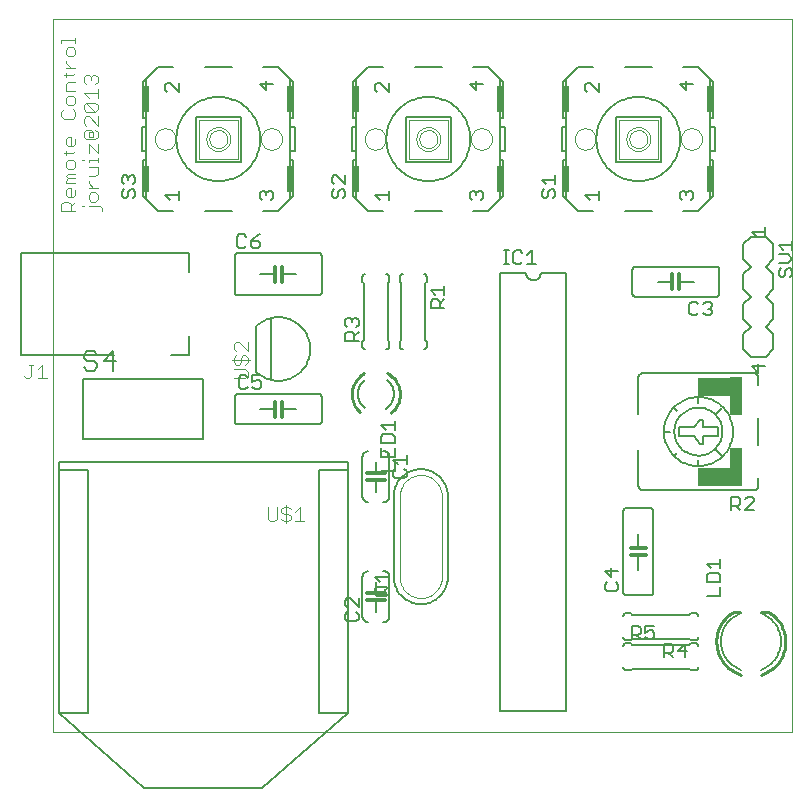
<source format=gto>
G75*
%MOIN*%
%OFA0B0*%
%FSLAX24Y24*%
%IPPOS*%
%LPD*%
%AMOC8*
5,1,8,0,0,1.08239X$1,22.5*
%
%ADD10C,0.0000*%
%ADD11C,0.0040*%
%ADD12C,0.0060*%
%ADD13C,0.0050*%
%ADD14C,0.0020*%
%ADD15C,0.0120*%
%ADD16R,0.0200X0.0850*%
%ADD17R,0.0400X0.1250*%
%ADD18R,0.1050X0.0600*%
%ADD19C,0.0100*%
%ADD20C,0.0080*%
D10*
X001300Y002006D02*
X001300Y025752D01*
X025920Y025752D01*
X025920Y002006D01*
X001300Y002006D01*
X004675Y021756D02*
X004677Y021793D01*
X004683Y021830D01*
X004692Y021866D01*
X004706Y021900D01*
X004723Y021933D01*
X004743Y021965D01*
X004766Y021994D01*
X004792Y022020D01*
X004821Y022043D01*
X004852Y022063D01*
X004886Y022080D01*
X004920Y022094D01*
X004956Y022103D01*
X004993Y022109D01*
X005030Y022111D01*
X005067Y022109D01*
X005104Y022103D01*
X005140Y022094D01*
X005174Y022080D01*
X005207Y022063D01*
X005239Y022043D01*
X005268Y022020D01*
X005294Y021994D01*
X005317Y021965D01*
X005337Y021934D01*
X005354Y021900D01*
X005368Y021866D01*
X005377Y021830D01*
X005383Y021793D01*
X005385Y021756D01*
X005383Y021719D01*
X005377Y021682D01*
X005368Y021646D01*
X005354Y021612D01*
X005337Y021579D01*
X005317Y021547D01*
X005294Y021518D01*
X005268Y021492D01*
X005239Y021469D01*
X005208Y021449D01*
X005174Y021432D01*
X005140Y021418D01*
X005104Y021409D01*
X005067Y021403D01*
X005030Y021401D01*
X004993Y021403D01*
X004956Y021409D01*
X004920Y021418D01*
X004886Y021432D01*
X004853Y021449D01*
X004821Y021469D01*
X004792Y021492D01*
X004766Y021518D01*
X004743Y021547D01*
X004723Y021578D01*
X004706Y021612D01*
X004692Y021646D01*
X004683Y021682D01*
X004677Y021719D01*
X004675Y021756D01*
X008215Y021756D02*
X008217Y021793D01*
X008223Y021830D01*
X008232Y021866D01*
X008246Y021900D01*
X008263Y021933D01*
X008283Y021965D01*
X008306Y021994D01*
X008332Y022020D01*
X008361Y022043D01*
X008392Y022063D01*
X008426Y022080D01*
X008460Y022094D01*
X008496Y022103D01*
X008533Y022109D01*
X008570Y022111D01*
X008607Y022109D01*
X008644Y022103D01*
X008680Y022094D01*
X008714Y022080D01*
X008747Y022063D01*
X008779Y022043D01*
X008808Y022020D01*
X008834Y021994D01*
X008857Y021965D01*
X008877Y021934D01*
X008894Y021900D01*
X008908Y021866D01*
X008917Y021830D01*
X008923Y021793D01*
X008925Y021756D01*
X008923Y021719D01*
X008917Y021682D01*
X008908Y021646D01*
X008894Y021612D01*
X008877Y021579D01*
X008857Y021547D01*
X008834Y021518D01*
X008808Y021492D01*
X008779Y021469D01*
X008748Y021449D01*
X008714Y021432D01*
X008680Y021418D01*
X008644Y021409D01*
X008607Y021403D01*
X008570Y021401D01*
X008533Y021403D01*
X008496Y021409D01*
X008460Y021418D01*
X008426Y021432D01*
X008393Y021449D01*
X008361Y021469D01*
X008332Y021492D01*
X008306Y021518D01*
X008283Y021547D01*
X008263Y021578D01*
X008246Y021612D01*
X008232Y021646D01*
X008223Y021682D01*
X008217Y021719D01*
X008215Y021756D01*
X011675Y021756D02*
X011677Y021793D01*
X011683Y021830D01*
X011692Y021866D01*
X011706Y021900D01*
X011723Y021933D01*
X011743Y021965D01*
X011766Y021994D01*
X011792Y022020D01*
X011821Y022043D01*
X011852Y022063D01*
X011886Y022080D01*
X011920Y022094D01*
X011956Y022103D01*
X011993Y022109D01*
X012030Y022111D01*
X012067Y022109D01*
X012104Y022103D01*
X012140Y022094D01*
X012174Y022080D01*
X012207Y022063D01*
X012239Y022043D01*
X012268Y022020D01*
X012294Y021994D01*
X012317Y021965D01*
X012337Y021934D01*
X012354Y021900D01*
X012368Y021866D01*
X012377Y021830D01*
X012383Y021793D01*
X012385Y021756D01*
X012383Y021719D01*
X012377Y021682D01*
X012368Y021646D01*
X012354Y021612D01*
X012337Y021579D01*
X012317Y021547D01*
X012294Y021518D01*
X012268Y021492D01*
X012239Y021469D01*
X012208Y021449D01*
X012174Y021432D01*
X012140Y021418D01*
X012104Y021409D01*
X012067Y021403D01*
X012030Y021401D01*
X011993Y021403D01*
X011956Y021409D01*
X011920Y021418D01*
X011886Y021432D01*
X011853Y021449D01*
X011821Y021469D01*
X011792Y021492D01*
X011766Y021518D01*
X011743Y021547D01*
X011723Y021578D01*
X011706Y021612D01*
X011692Y021646D01*
X011683Y021682D01*
X011677Y021719D01*
X011675Y021756D01*
X015215Y021756D02*
X015217Y021793D01*
X015223Y021830D01*
X015232Y021866D01*
X015246Y021900D01*
X015263Y021933D01*
X015283Y021965D01*
X015306Y021994D01*
X015332Y022020D01*
X015361Y022043D01*
X015392Y022063D01*
X015426Y022080D01*
X015460Y022094D01*
X015496Y022103D01*
X015533Y022109D01*
X015570Y022111D01*
X015607Y022109D01*
X015644Y022103D01*
X015680Y022094D01*
X015714Y022080D01*
X015747Y022063D01*
X015779Y022043D01*
X015808Y022020D01*
X015834Y021994D01*
X015857Y021965D01*
X015877Y021934D01*
X015894Y021900D01*
X015908Y021866D01*
X015917Y021830D01*
X015923Y021793D01*
X015925Y021756D01*
X015923Y021719D01*
X015917Y021682D01*
X015908Y021646D01*
X015894Y021612D01*
X015877Y021579D01*
X015857Y021547D01*
X015834Y021518D01*
X015808Y021492D01*
X015779Y021469D01*
X015748Y021449D01*
X015714Y021432D01*
X015680Y021418D01*
X015644Y021409D01*
X015607Y021403D01*
X015570Y021401D01*
X015533Y021403D01*
X015496Y021409D01*
X015460Y021418D01*
X015426Y021432D01*
X015393Y021449D01*
X015361Y021469D01*
X015332Y021492D01*
X015306Y021518D01*
X015283Y021547D01*
X015263Y021578D01*
X015246Y021612D01*
X015232Y021646D01*
X015223Y021682D01*
X015217Y021719D01*
X015215Y021756D01*
X018675Y021756D02*
X018677Y021793D01*
X018683Y021830D01*
X018692Y021866D01*
X018706Y021900D01*
X018723Y021933D01*
X018743Y021965D01*
X018766Y021994D01*
X018792Y022020D01*
X018821Y022043D01*
X018852Y022063D01*
X018886Y022080D01*
X018920Y022094D01*
X018956Y022103D01*
X018993Y022109D01*
X019030Y022111D01*
X019067Y022109D01*
X019104Y022103D01*
X019140Y022094D01*
X019174Y022080D01*
X019207Y022063D01*
X019239Y022043D01*
X019268Y022020D01*
X019294Y021994D01*
X019317Y021965D01*
X019337Y021934D01*
X019354Y021900D01*
X019368Y021866D01*
X019377Y021830D01*
X019383Y021793D01*
X019385Y021756D01*
X019383Y021719D01*
X019377Y021682D01*
X019368Y021646D01*
X019354Y021612D01*
X019337Y021579D01*
X019317Y021547D01*
X019294Y021518D01*
X019268Y021492D01*
X019239Y021469D01*
X019208Y021449D01*
X019174Y021432D01*
X019140Y021418D01*
X019104Y021409D01*
X019067Y021403D01*
X019030Y021401D01*
X018993Y021403D01*
X018956Y021409D01*
X018920Y021418D01*
X018886Y021432D01*
X018853Y021449D01*
X018821Y021469D01*
X018792Y021492D01*
X018766Y021518D01*
X018743Y021547D01*
X018723Y021578D01*
X018706Y021612D01*
X018692Y021646D01*
X018683Y021682D01*
X018677Y021719D01*
X018675Y021756D01*
X022215Y021756D02*
X022217Y021793D01*
X022223Y021830D01*
X022232Y021866D01*
X022246Y021900D01*
X022263Y021933D01*
X022283Y021965D01*
X022306Y021994D01*
X022332Y022020D01*
X022361Y022043D01*
X022392Y022063D01*
X022426Y022080D01*
X022460Y022094D01*
X022496Y022103D01*
X022533Y022109D01*
X022570Y022111D01*
X022607Y022109D01*
X022644Y022103D01*
X022680Y022094D01*
X022714Y022080D01*
X022747Y022063D01*
X022779Y022043D01*
X022808Y022020D01*
X022834Y021994D01*
X022857Y021965D01*
X022877Y021934D01*
X022894Y021900D01*
X022908Y021866D01*
X022917Y021830D01*
X022923Y021793D01*
X022925Y021756D01*
X022923Y021719D01*
X022917Y021682D01*
X022908Y021646D01*
X022894Y021612D01*
X022877Y021579D01*
X022857Y021547D01*
X022834Y021518D01*
X022808Y021492D01*
X022779Y021469D01*
X022748Y021449D01*
X022714Y021432D01*
X022680Y021418D01*
X022644Y021409D01*
X022607Y021403D01*
X022570Y021401D01*
X022533Y021403D01*
X022496Y021409D01*
X022460Y021418D01*
X022426Y021432D01*
X022393Y021449D01*
X022361Y021469D01*
X022332Y021492D01*
X022306Y021518D01*
X022283Y021547D01*
X022263Y021578D01*
X022246Y021612D01*
X022232Y021646D01*
X022223Y021682D01*
X022217Y021719D01*
X022215Y021756D01*
D11*
X009513Y009487D02*
X009513Y009026D01*
X009360Y009026D02*
X009667Y009026D01*
X009206Y009103D02*
X009206Y009180D01*
X009129Y009256D01*
X008976Y009256D01*
X008899Y009333D01*
X008899Y009410D01*
X008976Y009487D01*
X009129Y009487D01*
X009206Y009410D01*
X009360Y009333D02*
X009513Y009487D01*
X009206Y009103D02*
X009129Y009026D01*
X008976Y009026D01*
X008899Y009103D01*
X008746Y009103D02*
X008746Y009487D01*
X008439Y009487D02*
X008439Y009103D01*
X008516Y009026D01*
X008669Y009026D01*
X008746Y009103D01*
X009053Y008949D02*
X009053Y009563D01*
X007703Y013776D02*
X007320Y013776D01*
X007320Y014083D02*
X007703Y014083D01*
X007780Y014006D01*
X007780Y013853D01*
X007703Y013776D01*
X007703Y014237D02*
X007780Y014313D01*
X007780Y014467D01*
X007703Y014543D01*
X007627Y014543D01*
X007550Y014467D01*
X007550Y014313D01*
X007473Y014237D01*
X007396Y014237D01*
X007320Y014313D01*
X007320Y014467D01*
X007396Y014543D01*
X007396Y014697D02*
X007320Y014774D01*
X007320Y014927D01*
X007396Y015004D01*
X007473Y015004D01*
X007780Y014697D01*
X007780Y015004D01*
X007857Y014390D02*
X007243Y014390D01*
X002933Y019368D02*
X002933Y019444D01*
X002857Y019521D01*
X002473Y019521D01*
X002320Y019521D02*
X002243Y019521D01*
X002030Y019368D02*
X001570Y019368D01*
X001570Y019598D01*
X001646Y019675D01*
X001800Y019675D01*
X001877Y019598D01*
X001877Y019368D01*
X001877Y019521D02*
X002030Y019675D01*
X001953Y019828D02*
X001800Y019828D01*
X001723Y019905D01*
X001723Y020058D01*
X001800Y020135D01*
X001877Y020135D01*
X001877Y019828D01*
X001953Y019828D02*
X002030Y019905D01*
X002030Y020058D01*
X002030Y020289D02*
X001723Y020289D01*
X001723Y020365D01*
X001800Y020442D01*
X001723Y020519D01*
X001800Y020595D01*
X002030Y020595D01*
X002030Y020442D02*
X001800Y020442D01*
X001800Y020749D02*
X001953Y020749D01*
X002030Y020826D01*
X002030Y020979D01*
X001953Y021056D01*
X001800Y021056D01*
X001723Y020979D01*
X001723Y020826D01*
X001800Y020749D01*
X001723Y021209D02*
X001723Y021363D01*
X001646Y021286D02*
X001953Y021286D01*
X002030Y021363D01*
X001953Y021516D02*
X001800Y021516D01*
X001723Y021593D01*
X001723Y021746D01*
X001800Y021823D01*
X001877Y021823D01*
X001877Y021516D01*
X001953Y021516D02*
X002030Y021593D01*
X002030Y021746D01*
X002320Y021823D02*
X002320Y021977D01*
X002396Y022053D01*
X002550Y022053D01*
X002627Y021977D01*
X002473Y021977D01*
X002473Y021823D01*
X002627Y021823D01*
X002627Y021977D01*
X002703Y022053D02*
X002780Y021977D01*
X002780Y021823D01*
X002703Y021746D01*
X002396Y021746D01*
X002320Y021823D01*
X002473Y021593D02*
X002780Y021286D01*
X002780Y021593D01*
X002473Y021593D02*
X002473Y021286D01*
X002473Y021056D02*
X002780Y021056D01*
X002780Y020979D02*
X002780Y021133D01*
X002780Y020826D02*
X002473Y020826D01*
X002473Y020979D02*
X002473Y021056D01*
X002320Y021056D02*
X002243Y021056D01*
X002780Y020826D02*
X002780Y020595D01*
X002703Y020519D01*
X002473Y020519D01*
X002473Y020365D02*
X002473Y020289D01*
X002627Y020135D01*
X002780Y020135D02*
X002473Y020135D01*
X002550Y019982D02*
X002473Y019905D01*
X002473Y019751D01*
X002550Y019675D01*
X002703Y019675D01*
X002780Y019751D01*
X002780Y019905D01*
X002703Y019982D01*
X002550Y019982D01*
X002396Y022207D02*
X002320Y022284D01*
X002320Y022437D01*
X002396Y022514D01*
X002473Y022514D01*
X002780Y022207D01*
X002780Y022514D01*
X002703Y022667D02*
X002396Y022974D01*
X002703Y022974D01*
X002780Y022897D01*
X002780Y022744D01*
X002703Y022667D01*
X002396Y022667D01*
X002320Y022744D01*
X002320Y022897D01*
X002396Y022974D01*
X002473Y023128D02*
X002320Y023281D01*
X002780Y023281D01*
X002780Y023128D02*
X002780Y023435D01*
X002703Y023588D02*
X002780Y023665D01*
X002780Y023818D01*
X002703Y023895D01*
X002627Y023895D01*
X002550Y023818D01*
X002550Y023741D01*
X002550Y023818D02*
X002473Y023895D01*
X002396Y023895D01*
X002320Y023818D01*
X002320Y023665D01*
X002396Y023588D01*
X002030Y023665D02*
X001800Y023665D01*
X001723Y023588D01*
X001723Y023358D01*
X002030Y023358D01*
X001953Y023204D02*
X001800Y023204D01*
X001723Y023128D01*
X001723Y022974D01*
X001800Y022897D01*
X001953Y022897D01*
X002030Y022974D01*
X002030Y023128D01*
X001953Y023204D01*
X001953Y022744D02*
X002030Y022667D01*
X002030Y022514D01*
X001953Y022437D01*
X001646Y022437D01*
X001570Y022514D01*
X001570Y022667D01*
X001646Y022744D01*
X001723Y023818D02*
X001723Y023972D01*
X001646Y023895D02*
X001953Y023895D01*
X002030Y023972D01*
X002030Y024125D02*
X001723Y024125D01*
X001877Y024125D02*
X001723Y024279D01*
X001723Y024355D01*
X001800Y024509D02*
X001953Y024509D01*
X002030Y024586D01*
X002030Y024739D01*
X001953Y024816D01*
X001800Y024816D01*
X001723Y024739D01*
X001723Y024586D01*
X001800Y024509D01*
X002030Y024969D02*
X002030Y025123D01*
X002030Y025046D02*
X001570Y025046D01*
X001570Y024969D01*
X000934Y014237D02*
X000934Y013776D01*
X001087Y013776D02*
X000780Y013776D01*
X000550Y013853D02*
X000550Y014237D01*
X000473Y014237D02*
X000627Y014237D01*
X000780Y014083D02*
X000934Y014237D01*
X000550Y013853D02*
X000473Y013776D01*
X000397Y013776D01*
X000320Y013853D01*
D12*
X002330Y014143D02*
X002437Y014036D01*
X002650Y014036D01*
X002757Y014143D01*
X002757Y014250D01*
X002650Y014356D01*
X002437Y014356D01*
X002330Y014463D01*
X002330Y014570D01*
X002437Y014677D01*
X002650Y014677D01*
X002757Y014570D01*
X002975Y014356D02*
X003402Y014356D01*
X003295Y014036D02*
X003295Y014677D01*
X002975Y014356D01*
X007350Y013156D02*
X007350Y012356D01*
X007352Y012339D01*
X007356Y012322D01*
X007363Y012306D01*
X007373Y012292D01*
X007386Y012279D01*
X007400Y012269D01*
X007416Y012262D01*
X007433Y012258D01*
X007450Y012256D01*
X010150Y012256D01*
X010167Y012258D01*
X010184Y012262D01*
X010200Y012269D01*
X010214Y012279D01*
X010227Y012292D01*
X010237Y012306D01*
X010244Y012322D01*
X010248Y012339D01*
X010250Y012356D01*
X010250Y013156D01*
X010248Y013173D01*
X010244Y013190D01*
X010237Y013206D01*
X010227Y013220D01*
X010214Y013233D01*
X010200Y013243D01*
X010184Y013250D01*
X010167Y013254D01*
X010150Y013256D01*
X007450Y013256D01*
X007433Y013254D01*
X007416Y013250D01*
X007400Y013243D01*
X007386Y013233D01*
X007373Y013220D01*
X007363Y013206D01*
X007356Y013190D01*
X007352Y013173D01*
X007350Y013156D01*
X008200Y012756D02*
X008680Y012756D01*
X008930Y012756D02*
X009400Y012756D01*
X011600Y011156D02*
X011600Y009856D01*
X011602Y009830D01*
X011607Y009804D01*
X011615Y009779D01*
X011627Y009756D01*
X011641Y009734D01*
X011659Y009715D01*
X011678Y009697D01*
X011700Y009683D01*
X011723Y009671D01*
X011748Y009663D01*
X011774Y009658D01*
X011800Y009656D01*
X012050Y010006D02*
X012050Y010376D01*
X012050Y010626D02*
X012050Y011006D01*
X011800Y011356D02*
X011774Y011354D01*
X011748Y011349D01*
X011723Y011341D01*
X011700Y011329D01*
X011678Y011315D01*
X011659Y011297D01*
X011641Y011278D01*
X011627Y011256D01*
X011615Y011233D01*
X011607Y011208D01*
X011602Y011182D01*
X011600Y011156D01*
X012300Y011356D02*
X012326Y011354D01*
X012352Y011349D01*
X012377Y011341D01*
X012400Y011329D01*
X012422Y011315D01*
X012441Y011297D01*
X012459Y011278D01*
X012473Y011256D01*
X012485Y011233D01*
X012493Y011208D01*
X012498Y011182D01*
X012500Y011156D01*
X012500Y009856D01*
X012650Y009856D02*
X012650Y007156D01*
X012500Y007156D02*
X012500Y005856D01*
X012498Y005830D01*
X012493Y005804D01*
X012485Y005779D01*
X012473Y005756D01*
X012459Y005734D01*
X012441Y005715D01*
X012422Y005697D01*
X012400Y005683D01*
X012377Y005671D01*
X012352Y005663D01*
X012326Y005658D01*
X012300Y005656D01*
X011800Y005656D02*
X011774Y005658D01*
X011748Y005663D01*
X011723Y005671D01*
X011700Y005683D01*
X011678Y005697D01*
X011659Y005715D01*
X011641Y005734D01*
X011627Y005756D01*
X011615Y005779D01*
X011607Y005804D01*
X011602Y005830D01*
X011600Y005856D01*
X011600Y007156D01*
X011602Y007182D01*
X011607Y007208D01*
X011615Y007233D01*
X011627Y007256D01*
X011641Y007278D01*
X011659Y007297D01*
X011678Y007315D01*
X011700Y007329D01*
X011723Y007341D01*
X011748Y007349D01*
X011774Y007354D01*
X011800Y007356D01*
X012050Y007006D02*
X012050Y006636D01*
X012050Y006386D02*
X012050Y006006D01*
X012500Y007156D02*
X012498Y007182D01*
X012493Y007208D01*
X012485Y007233D01*
X012473Y007256D01*
X012459Y007278D01*
X012441Y007297D01*
X012422Y007315D01*
X012400Y007329D01*
X012377Y007341D01*
X012352Y007349D01*
X012326Y007354D01*
X012300Y007356D01*
X012650Y007156D02*
X012652Y007097D01*
X012658Y007039D01*
X012667Y006980D01*
X012681Y006923D01*
X012698Y006867D01*
X012719Y006812D01*
X012743Y006758D01*
X012771Y006706D01*
X012802Y006656D01*
X012836Y006608D01*
X012873Y006563D01*
X012914Y006520D01*
X012957Y006479D01*
X013002Y006442D01*
X013050Y006408D01*
X013100Y006377D01*
X013152Y006349D01*
X013206Y006325D01*
X013261Y006304D01*
X013317Y006287D01*
X013374Y006273D01*
X013433Y006264D01*
X013491Y006258D01*
X013550Y006256D01*
X013609Y006258D01*
X013667Y006264D01*
X013726Y006273D01*
X013783Y006287D01*
X013839Y006304D01*
X013894Y006325D01*
X013948Y006349D01*
X014000Y006377D01*
X014050Y006408D01*
X014098Y006442D01*
X014143Y006479D01*
X014186Y006520D01*
X014227Y006563D01*
X014264Y006608D01*
X014298Y006656D01*
X014329Y006706D01*
X014357Y006758D01*
X014381Y006812D01*
X014402Y006867D01*
X014419Y006923D01*
X014433Y006980D01*
X014442Y007039D01*
X014448Y007097D01*
X014450Y007156D01*
X014450Y009856D01*
X014448Y009915D01*
X014442Y009973D01*
X014433Y010032D01*
X014419Y010089D01*
X014402Y010145D01*
X014381Y010200D01*
X014357Y010254D01*
X014329Y010306D01*
X014298Y010356D01*
X014264Y010404D01*
X014227Y010449D01*
X014186Y010492D01*
X014143Y010533D01*
X014098Y010570D01*
X014050Y010604D01*
X014000Y010635D01*
X013948Y010663D01*
X013894Y010687D01*
X013839Y010708D01*
X013783Y010725D01*
X013726Y010739D01*
X013667Y010748D01*
X013609Y010754D01*
X013550Y010756D01*
X013491Y010754D01*
X013433Y010748D01*
X013374Y010739D01*
X013317Y010725D01*
X013261Y010708D01*
X013206Y010687D01*
X013152Y010663D01*
X013100Y010635D01*
X013050Y010604D01*
X013002Y010570D01*
X012957Y010533D01*
X012914Y010492D01*
X012873Y010449D01*
X012836Y010404D01*
X012802Y010356D01*
X012771Y010306D01*
X012743Y010254D01*
X012719Y010200D01*
X012698Y010145D01*
X012681Y010089D01*
X012667Y010032D01*
X012658Y009973D01*
X012652Y009915D01*
X012650Y009856D01*
X012500Y009856D02*
X012498Y009830D01*
X012493Y009804D01*
X012485Y009779D01*
X012473Y009756D01*
X012459Y009734D01*
X012441Y009715D01*
X012422Y009697D01*
X012400Y009683D01*
X012377Y009671D01*
X012352Y009663D01*
X012326Y009658D01*
X012300Y009656D01*
X011450Y013256D02*
X011452Y013301D01*
X011457Y013347D01*
X011465Y013391D01*
X011477Y013435D01*
X011493Y013478D01*
X011511Y013520D01*
X011533Y013560D01*
X011557Y013598D01*
X011584Y013634D01*
X011614Y013669D01*
X011647Y013700D01*
X011682Y013730D01*
X012650Y013256D02*
X012648Y013209D01*
X012642Y013161D01*
X012633Y013115D01*
X012620Y013069D01*
X012604Y013025D01*
X012583Y012981D01*
X012560Y012940D01*
X012534Y012901D01*
X012504Y012864D01*
X012471Y012829D01*
X012436Y012797D01*
X012399Y012768D01*
X012650Y013256D02*
X012648Y013302D01*
X012643Y013348D01*
X012634Y013394D01*
X012622Y013439D01*
X012606Y013482D01*
X012587Y013524D01*
X012564Y013565D01*
X012539Y013604D01*
X012511Y013640D01*
X012480Y013675D01*
X012446Y013707D01*
X012410Y013736D01*
X011450Y013256D02*
X011452Y013211D01*
X011457Y013165D01*
X011465Y013121D01*
X011477Y013077D01*
X011493Y013034D01*
X011511Y012992D01*
X011533Y012952D01*
X011557Y012914D01*
X011584Y012878D01*
X011614Y012843D01*
X011647Y012812D01*
X011682Y012782D01*
X011700Y014756D02*
X011683Y014758D01*
X011666Y014762D01*
X011650Y014769D01*
X011636Y014779D01*
X011623Y014792D01*
X011613Y014806D01*
X011606Y014822D01*
X011602Y014839D01*
X011600Y014856D01*
X011600Y015006D01*
X011650Y015056D01*
X011650Y016956D01*
X011600Y017006D01*
X011600Y017156D01*
X011602Y017173D01*
X011606Y017190D01*
X011613Y017206D01*
X011623Y017220D01*
X011636Y017233D01*
X011650Y017243D01*
X011666Y017250D01*
X011683Y017254D01*
X011700Y017256D01*
X012400Y017256D02*
X012417Y017254D01*
X012434Y017250D01*
X012450Y017243D01*
X012464Y017233D01*
X012477Y017220D01*
X012487Y017206D01*
X012494Y017190D01*
X012498Y017173D01*
X012500Y017156D01*
X012500Y017006D01*
X012450Y016956D01*
X012450Y015056D01*
X012500Y015006D01*
X012500Y014856D01*
X012498Y014839D01*
X012494Y014822D01*
X012487Y014806D01*
X012477Y014792D01*
X012464Y014779D01*
X012450Y014769D01*
X012434Y014762D01*
X012417Y014758D01*
X012400Y014756D01*
X012850Y014856D02*
X012850Y015006D01*
X012900Y015056D01*
X012900Y016956D01*
X012850Y017006D01*
X012850Y017156D01*
X012852Y017173D01*
X012856Y017190D01*
X012863Y017206D01*
X012873Y017220D01*
X012886Y017233D01*
X012900Y017243D01*
X012916Y017250D01*
X012933Y017254D01*
X012950Y017256D01*
X013650Y017256D02*
X013667Y017254D01*
X013684Y017250D01*
X013700Y017243D01*
X013714Y017233D01*
X013727Y017220D01*
X013737Y017206D01*
X013744Y017190D01*
X013748Y017173D01*
X013750Y017156D01*
X013750Y017006D01*
X013700Y016956D01*
X013700Y015056D01*
X013750Y015006D01*
X013750Y014856D01*
X013748Y014839D01*
X013744Y014822D01*
X013737Y014806D01*
X013727Y014792D01*
X013714Y014779D01*
X013700Y014769D01*
X013684Y014762D01*
X013667Y014758D01*
X013650Y014756D01*
X012950Y014756D02*
X012933Y014758D01*
X012916Y014762D01*
X012900Y014769D01*
X012886Y014779D01*
X012873Y014792D01*
X012863Y014806D01*
X012856Y014822D01*
X012852Y014839D01*
X012850Y014856D01*
X010250Y016656D02*
X010250Y017856D01*
X010248Y017873D01*
X010244Y017890D01*
X010237Y017906D01*
X010227Y017920D01*
X010214Y017933D01*
X010200Y017943D01*
X010184Y017950D01*
X010167Y017954D01*
X010150Y017956D01*
X007450Y017956D01*
X007433Y017954D01*
X007416Y017950D01*
X007400Y017943D01*
X007386Y017933D01*
X007373Y017920D01*
X007363Y017906D01*
X007356Y017890D01*
X007352Y017873D01*
X007350Y017856D01*
X007350Y016656D01*
X007352Y016639D01*
X007356Y016622D01*
X007363Y016606D01*
X007373Y016592D01*
X007386Y016579D01*
X007400Y016569D01*
X007416Y016562D01*
X007433Y016558D01*
X007450Y016556D01*
X010150Y016556D01*
X010167Y016558D01*
X010184Y016562D01*
X010200Y016569D01*
X010214Y016579D01*
X010227Y016592D01*
X010237Y016606D01*
X010244Y016622D01*
X010248Y016639D01*
X010250Y016656D01*
X009400Y017256D02*
X008930Y017256D01*
X008680Y017256D02*
X008200Y017256D01*
X008300Y019356D02*
X008800Y019356D01*
X009200Y019756D01*
X009300Y019856D01*
X009300Y021056D01*
X009200Y021056D01*
X009200Y021356D01*
X009200Y022156D01*
X009200Y022456D01*
X009200Y023756D01*
X009300Y023656D01*
X009300Y022456D01*
X009200Y022456D01*
X009200Y022156D02*
X009350Y022156D01*
X009350Y021356D01*
X009200Y021356D01*
X009200Y021056D02*
X009200Y019756D01*
X007550Y021006D02*
X006050Y021006D01*
X006050Y022506D01*
X007550Y022506D01*
X007550Y021006D01*
X005400Y021756D02*
X005402Y021831D01*
X005408Y021905D01*
X005418Y021979D01*
X005432Y022052D01*
X005449Y022124D01*
X005471Y022196D01*
X005496Y022266D01*
X005525Y022334D01*
X005558Y022402D01*
X005594Y022467D01*
X005633Y022530D01*
X005676Y022591D01*
X005722Y022650D01*
X005771Y022706D01*
X005823Y022759D01*
X005878Y022810D01*
X005935Y022857D01*
X005995Y022902D01*
X006057Y022943D01*
X006122Y022981D01*
X006188Y023015D01*
X006256Y023046D01*
X006325Y023073D01*
X006396Y023096D01*
X006468Y023116D01*
X006541Y023132D01*
X006614Y023144D01*
X006688Y023152D01*
X006763Y023156D01*
X006837Y023156D01*
X006912Y023152D01*
X006986Y023144D01*
X007059Y023132D01*
X007132Y023116D01*
X007204Y023096D01*
X007275Y023073D01*
X007344Y023046D01*
X007412Y023015D01*
X007478Y022981D01*
X007543Y022943D01*
X007605Y022902D01*
X007665Y022857D01*
X007722Y022810D01*
X007777Y022759D01*
X007829Y022706D01*
X007878Y022650D01*
X007924Y022591D01*
X007967Y022530D01*
X008006Y022467D01*
X008042Y022402D01*
X008075Y022334D01*
X008104Y022266D01*
X008129Y022196D01*
X008151Y022124D01*
X008168Y022052D01*
X008182Y021979D01*
X008192Y021905D01*
X008198Y021831D01*
X008200Y021756D01*
X008198Y021681D01*
X008192Y021607D01*
X008182Y021533D01*
X008168Y021460D01*
X008151Y021388D01*
X008129Y021316D01*
X008104Y021246D01*
X008075Y021178D01*
X008042Y021110D01*
X008006Y021045D01*
X007967Y020982D01*
X007924Y020921D01*
X007878Y020862D01*
X007829Y020806D01*
X007777Y020753D01*
X007722Y020702D01*
X007665Y020655D01*
X007605Y020610D01*
X007543Y020569D01*
X007478Y020531D01*
X007412Y020497D01*
X007344Y020466D01*
X007275Y020439D01*
X007204Y020416D01*
X007132Y020396D01*
X007059Y020380D01*
X006986Y020368D01*
X006912Y020360D01*
X006837Y020356D01*
X006763Y020356D01*
X006688Y020360D01*
X006614Y020368D01*
X006541Y020380D01*
X006468Y020396D01*
X006396Y020416D01*
X006325Y020439D01*
X006256Y020466D01*
X006188Y020497D01*
X006122Y020531D01*
X006057Y020569D01*
X005995Y020610D01*
X005935Y020655D01*
X005878Y020702D01*
X005823Y020753D01*
X005771Y020806D01*
X005722Y020862D01*
X005676Y020921D01*
X005633Y020982D01*
X005594Y021045D01*
X005558Y021110D01*
X005525Y021178D01*
X005496Y021246D01*
X005471Y021316D01*
X005449Y021388D01*
X005432Y021460D01*
X005418Y021533D01*
X005408Y021607D01*
X005402Y021681D01*
X005400Y021756D01*
X004400Y021356D02*
X004400Y021056D01*
X004300Y021056D01*
X004300Y019856D01*
X004400Y019756D01*
X004800Y019356D01*
X005300Y019356D01*
X004400Y019756D02*
X004400Y021056D01*
X004400Y021356D02*
X004400Y022156D01*
X004400Y022456D01*
X004300Y022456D01*
X004300Y023656D01*
X004400Y023756D01*
X004400Y022456D01*
X004400Y022156D02*
X004250Y022156D01*
X004250Y021356D01*
X004400Y021356D01*
X006350Y019356D02*
X007250Y019356D01*
X011250Y021356D02*
X011250Y022156D01*
X011400Y022156D01*
X011400Y022456D01*
X011300Y022456D01*
X011300Y023656D01*
X011400Y023756D01*
X011400Y022456D01*
X011400Y022156D02*
X011400Y021356D01*
X011400Y021056D01*
X011300Y021056D01*
X011300Y019856D01*
X011400Y019756D01*
X011800Y019356D01*
X012300Y019356D01*
X011400Y019756D02*
X011400Y021056D01*
X011400Y021356D02*
X011250Y021356D01*
X013050Y021006D02*
X014550Y021006D01*
X014550Y022506D01*
X013050Y022506D01*
X013050Y021006D01*
X012400Y021756D02*
X012402Y021831D01*
X012408Y021905D01*
X012418Y021979D01*
X012432Y022052D01*
X012449Y022124D01*
X012471Y022196D01*
X012496Y022266D01*
X012525Y022334D01*
X012558Y022402D01*
X012594Y022467D01*
X012633Y022530D01*
X012676Y022591D01*
X012722Y022650D01*
X012771Y022706D01*
X012823Y022759D01*
X012878Y022810D01*
X012935Y022857D01*
X012995Y022902D01*
X013057Y022943D01*
X013122Y022981D01*
X013188Y023015D01*
X013256Y023046D01*
X013325Y023073D01*
X013396Y023096D01*
X013468Y023116D01*
X013541Y023132D01*
X013614Y023144D01*
X013688Y023152D01*
X013763Y023156D01*
X013837Y023156D01*
X013912Y023152D01*
X013986Y023144D01*
X014059Y023132D01*
X014132Y023116D01*
X014204Y023096D01*
X014275Y023073D01*
X014344Y023046D01*
X014412Y023015D01*
X014478Y022981D01*
X014543Y022943D01*
X014605Y022902D01*
X014665Y022857D01*
X014722Y022810D01*
X014777Y022759D01*
X014829Y022706D01*
X014878Y022650D01*
X014924Y022591D01*
X014967Y022530D01*
X015006Y022467D01*
X015042Y022402D01*
X015075Y022334D01*
X015104Y022266D01*
X015129Y022196D01*
X015151Y022124D01*
X015168Y022052D01*
X015182Y021979D01*
X015192Y021905D01*
X015198Y021831D01*
X015200Y021756D01*
X015198Y021681D01*
X015192Y021607D01*
X015182Y021533D01*
X015168Y021460D01*
X015151Y021388D01*
X015129Y021316D01*
X015104Y021246D01*
X015075Y021178D01*
X015042Y021110D01*
X015006Y021045D01*
X014967Y020982D01*
X014924Y020921D01*
X014878Y020862D01*
X014829Y020806D01*
X014777Y020753D01*
X014722Y020702D01*
X014665Y020655D01*
X014605Y020610D01*
X014543Y020569D01*
X014478Y020531D01*
X014412Y020497D01*
X014344Y020466D01*
X014275Y020439D01*
X014204Y020416D01*
X014132Y020396D01*
X014059Y020380D01*
X013986Y020368D01*
X013912Y020360D01*
X013837Y020356D01*
X013763Y020356D01*
X013688Y020360D01*
X013614Y020368D01*
X013541Y020380D01*
X013468Y020396D01*
X013396Y020416D01*
X013325Y020439D01*
X013256Y020466D01*
X013188Y020497D01*
X013122Y020531D01*
X013057Y020569D01*
X012995Y020610D01*
X012935Y020655D01*
X012878Y020702D01*
X012823Y020753D01*
X012771Y020806D01*
X012722Y020862D01*
X012676Y020921D01*
X012633Y020982D01*
X012594Y021045D01*
X012558Y021110D01*
X012525Y021178D01*
X012496Y021246D01*
X012471Y021316D01*
X012449Y021388D01*
X012432Y021460D01*
X012418Y021533D01*
X012408Y021607D01*
X012402Y021681D01*
X012400Y021756D01*
X011400Y023756D02*
X011800Y024156D01*
X012300Y024156D01*
X013350Y024156D02*
X014250Y024156D01*
X015300Y024156D02*
X015800Y024156D01*
X016200Y023756D01*
X016300Y023656D01*
X016300Y022456D01*
X016200Y022456D01*
X016200Y023756D01*
X016200Y022456D02*
X016200Y022156D01*
X016200Y021356D01*
X016200Y021056D01*
X016300Y021056D01*
X016300Y019856D01*
X016200Y019756D01*
X016200Y021056D01*
X016200Y021356D02*
X016350Y021356D01*
X016350Y022156D01*
X016200Y022156D01*
X018250Y022156D02*
X018250Y021356D01*
X018400Y021356D01*
X018400Y021056D01*
X018300Y021056D01*
X018300Y019856D01*
X018400Y019756D01*
X018800Y019356D01*
X019300Y019356D01*
X018400Y019756D02*
X018400Y021056D01*
X018400Y021356D02*
X018400Y022156D01*
X018400Y022456D01*
X018300Y022456D01*
X018300Y023656D01*
X018400Y023756D01*
X018400Y022456D01*
X018400Y022156D02*
X018250Y022156D01*
X018400Y023756D02*
X018800Y024156D01*
X019300Y024156D01*
X020350Y024156D02*
X021250Y024156D01*
X022300Y024156D02*
X022800Y024156D01*
X023200Y023756D01*
X023300Y023656D01*
X023300Y022456D01*
X023200Y022456D01*
X023200Y023756D01*
X023200Y022456D02*
X023200Y022156D01*
X023200Y021356D01*
X023200Y021056D01*
X023300Y021056D01*
X023300Y019856D01*
X023200Y019756D01*
X023200Y021056D01*
X023200Y021356D02*
X023350Y021356D01*
X023350Y022156D01*
X023200Y022156D01*
X021550Y022506D02*
X021550Y021006D01*
X020050Y021006D01*
X020050Y022506D01*
X021550Y022506D01*
X019400Y021756D02*
X019402Y021831D01*
X019408Y021905D01*
X019418Y021979D01*
X019432Y022052D01*
X019449Y022124D01*
X019471Y022196D01*
X019496Y022266D01*
X019525Y022334D01*
X019558Y022402D01*
X019594Y022467D01*
X019633Y022530D01*
X019676Y022591D01*
X019722Y022650D01*
X019771Y022706D01*
X019823Y022759D01*
X019878Y022810D01*
X019935Y022857D01*
X019995Y022902D01*
X020057Y022943D01*
X020122Y022981D01*
X020188Y023015D01*
X020256Y023046D01*
X020325Y023073D01*
X020396Y023096D01*
X020468Y023116D01*
X020541Y023132D01*
X020614Y023144D01*
X020688Y023152D01*
X020763Y023156D01*
X020837Y023156D01*
X020912Y023152D01*
X020986Y023144D01*
X021059Y023132D01*
X021132Y023116D01*
X021204Y023096D01*
X021275Y023073D01*
X021344Y023046D01*
X021412Y023015D01*
X021478Y022981D01*
X021543Y022943D01*
X021605Y022902D01*
X021665Y022857D01*
X021722Y022810D01*
X021777Y022759D01*
X021829Y022706D01*
X021878Y022650D01*
X021924Y022591D01*
X021967Y022530D01*
X022006Y022467D01*
X022042Y022402D01*
X022075Y022334D01*
X022104Y022266D01*
X022129Y022196D01*
X022151Y022124D01*
X022168Y022052D01*
X022182Y021979D01*
X022192Y021905D01*
X022198Y021831D01*
X022200Y021756D01*
X022198Y021681D01*
X022192Y021607D01*
X022182Y021533D01*
X022168Y021460D01*
X022151Y021388D01*
X022129Y021316D01*
X022104Y021246D01*
X022075Y021178D01*
X022042Y021110D01*
X022006Y021045D01*
X021967Y020982D01*
X021924Y020921D01*
X021878Y020862D01*
X021829Y020806D01*
X021777Y020753D01*
X021722Y020702D01*
X021665Y020655D01*
X021605Y020610D01*
X021543Y020569D01*
X021478Y020531D01*
X021412Y020497D01*
X021344Y020466D01*
X021275Y020439D01*
X021204Y020416D01*
X021132Y020396D01*
X021059Y020380D01*
X020986Y020368D01*
X020912Y020360D01*
X020837Y020356D01*
X020763Y020356D01*
X020688Y020360D01*
X020614Y020368D01*
X020541Y020380D01*
X020468Y020396D01*
X020396Y020416D01*
X020325Y020439D01*
X020256Y020466D01*
X020188Y020497D01*
X020122Y020531D01*
X020057Y020569D01*
X019995Y020610D01*
X019935Y020655D01*
X019878Y020702D01*
X019823Y020753D01*
X019771Y020806D01*
X019722Y020862D01*
X019676Y020921D01*
X019633Y020982D01*
X019594Y021045D01*
X019558Y021110D01*
X019525Y021178D01*
X019496Y021246D01*
X019471Y021316D01*
X019449Y021388D01*
X019432Y021460D01*
X019418Y021533D01*
X019408Y021607D01*
X019402Y021681D01*
X019400Y021756D01*
X020350Y019356D02*
X021250Y019356D01*
X022300Y019356D02*
X022800Y019356D01*
X023200Y019756D01*
X024550Y018506D02*
X024300Y018256D01*
X024300Y017756D01*
X024550Y017506D01*
X024300Y017256D01*
X024300Y016756D01*
X024550Y016506D01*
X024300Y016256D01*
X024300Y015756D01*
X024550Y015506D01*
X024300Y015256D01*
X024300Y014756D01*
X024550Y014506D01*
X025050Y014506D01*
X025300Y014756D01*
X025300Y015256D01*
X025050Y015506D01*
X025300Y015756D01*
X025300Y016256D01*
X025050Y016506D01*
X025300Y016756D01*
X025300Y017256D01*
X025050Y017506D01*
X025300Y017756D01*
X025300Y018256D01*
X025050Y018506D01*
X024550Y018506D01*
X023500Y017406D02*
X023500Y016606D01*
X023498Y016589D01*
X023494Y016572D01*
X023487Y016556D01*
X023477Y016542D01*
X023464Y016529D01*
X023450Y016519D01*
X023434Y016512D01*
X023417Y016508D01*
X023400Y016506D01*
X020700Y016506D01*
X020683Y016508D01*
X020666Y016512D01*
X020650Y016519D01*
X020636Y016529D01*
X020623Y016542D01*
X020613Y016556D01*
X020606Y016572D01*
X020602Y016589D01*
X020600Y016606D01*
X020600Y017406D01*
X020602Y017423D01*
X020606Y017440D01*
X020613Y017456D01*
X020623Y017470D01*
X020636Y017483D01*
X020650Y017493D01*
X020666Y017500D01*
X020683Y017504D01*
X020700Y017506D01*
X023400Y017506D01*
X023417Y017504D01*
X023434Y017500D01*
X023450Y017493D01*
X023464Y017483D01*
X023477Y017470D01*
X023487Y017456D01*
X023494Y017440D01*
X023498Y017423D01*
X023500Y017406D01*
X022650Y017006D02*
X022170Y017006D01*
X021920Y017006D02*
X021450Y017006D01*
X018400Y017306D02*
X018400Y002706D01*
X016200Y002706D01*
X016200Y017306D01*
X017050Y017306D01*
X017052Y017276D01*
X017057Y017246D01*
X017066Y017217D01*
X017079Y017190D01*
X017094Y017164D01*
X017113Y017140D01*
X017134Y017119D01*
X017158Y017100D01*
X017184Y017085D01*
X017211Y017072D01*
X017240Y017063D01*
X017270Y017058D01*
X017300Y017056D01*
X017330Y017058D01*
X017360Y017063D01*
X017389Y017072D01*
X017416Y017085D01*
X017442Y017100D01*
X017466Y017119D01*
X017487Y017140D01*
X017506Y017164D01*
X017521Y017190D01*
X017534Y017217D01*
X017543Y017246D01*
X017548Y017276D01*
X017550Y017306D01*
X018400Y017306D01*
X016200Y019756D02*
X015800Y019356D01*
X015300Y019356D01*
X014250Y019356D02*
X013350Y019356D01*
X009200Y023756D02*
X008800Y024156D01*
X008300Y024156D01*
X007250Y024156D02*
X006350Y024156D01*
X005300Y024156D02*
X004800Y024156D01*
X004400Y023756D01*
X020300Y009356D02*
X020300Y006656D01*
X020302Y006639D01*
X020306Y006622D01*
X020313Y006606D01*
X020323Y006592D01*
X020336Y006579D01*
X020350Y006569D01*
X020366Y006562D01*
X020383Y006558D01*
X020400Y006556D01*
X021200Y006556D01*
X021217Y006558D01*
X021234Y006562D01*
X021250Y006569D01*
X021264Y006579D01*
X021277Y006592D01*
X021287Y006606D01*
X021294Y006622D01*
X021298Y006639D01*
X021300Y006656D01*
X021300Y009356D01*
X021298Y009373D01*
X021294Y009390D01*
X021287Y009406D01*
X021277Y009420D01*
X021264Y009433D01*
X021250Y009443D01*
X021234Y009450D01*
X021217Y009454D01*
X021200Y009456D01*
X020400Y009456D01*
X020383Y009454D01*
X020366Y009450D01*
X020350Y009443D01*
X020336Y009433D01*
X020323Y009420D01*
X020313Y009406D01*
X020306Y009390D01*
X020302Y009373D01*
X020300Y009356D01*
X020950Y010056D02*
X024650Y010056D01*
X024673Y010058D01*
X024696Y010063D01*
X024718Y010072D01*
X024738Y010085D01*
X024756Y010100D01*
X024771Y010118D01*
X024784Y010138D01*
X024793Y010160D01*
X024798Y010183D01*
X024800Y010206D01*
X024800Y010456D01*
X024800Y011556D02*
X024800Y012456D01*
X024800Y013556D02*
X024800Y013806D01*
X024798Y013829D01*
X024793Y013852D01*
X024784Y013874D01*
X024771Y013894D01*
X024756Y013912D01*
X024738Y013927D01*
X024718Y013940D01*
X024696Y013949D01*
X024673Y013954D01*
X024650Y013956D01*
X020950Y013956D01*
X020927Y013954D01*
X020904Y013949D01*
X020882Y013940D01*
X020862Y013927D01*
X020844Y013912D01*
X020829Y013894D01*
X020816Y013874D01*
X020807Y013852D01*
X020802Y013829D01*
X020800Y013806D01*
X020800Y012606D01*
X021650Y012006D02*
X021850Y012006D01*
X022150Y011856D02*
X022150Y012156D01*
X022650Y012156D01*
X022850Y012406D01*
X022950Y012406D01*
X022950Y012156D01*
X023450Y012156D01*
X023450Y011856D01*
X022950Y011856D01*
X022950Y011606D01*
X022850Y011606D01*
X022650Y011856D01*
X022150Y011856D01*
X022100Y011306D02*
X022000Y011206D01*
X022800Y011056D02*
X022800Y010856D01*
X023400Y011406D02*
X023600Y011206D01*
X021650Y012006D02*
X021652Y012073D01*
X021658Y012141D01*
X021668Y012208D01*
X021682Y012274D01*
X021699Y012339D01*
X021721Y012403D01*
X021746Y012466D01*
X021775Y012527D01*
X021807Y012586D01*
X021843Y012643D01*
X021882Y012698D01*
X021924Y012751D01*
X021969Y012801D01*
X022017Y012848D01*
X022068Y012893D01*
X022121Y012934D01*
X022177Y012973D01*
X022235Y013008D01*
X022295Y013039D01*
X022356Y013067D01*
X022419Y013091D01*
X022483Y013112D01*
X022549Y013128D01*
X022615Y013141D01*
X022682Y013150D01*
X022749Y013155D01*
X022817Y013156D01*
X022884Y013153D01*
X022951Y013146D01*
X023018Y013135D01*
X023084Y013120D01*
X023149Y013102D01*
X023213Y013079D01*
X023275Y013053D01*
X023336Y013024D01*
X023394Y012990D01*
X023451Y012954D01*
X023506Y012914D01*
X023558Y012871D01*
X023607Y012825D01*
X023654Y012776D01*
X023698Y012725D01*
X023738Y012671D01*
X023776Y012615D01*
X023810Y012556D01*
X023840Y012496D01*
X023867Y012434D01*
X023891Y012371D01*
X023910Y012306D01*
X023926Y012241D01*
X023938Y012174D01*
X023946Y012107D01*
X023950Y012040D01*
X023950Y011972D01*
X023946Y011905D01*
X023938Y011838D01*
X023926Y011771D01*
X023910Y011706D01*
X023891Y011641D01*
X023867Y011578D01*
X023840Y011516D01*
X023810Y011456D01*
X023776Y011397D01*
X023738Y011341D01*
X023698Y011287D01*
X023654Y011236D01*
X023607Y011187D01*
X023558Y011141D01*
X023506Y011098D01*
X023451Y011058D01*
X023394Y011022D01*
X023336Y010988D01*
X023275Y010959D01*
X023213Y010933D01*
X023149Y010910D01*
X023084Y010892D01*
X023018Y010877D01*
X022951Y010866D01*
X022884Y010859D01*
X022817Y010856D01*
X022749Y010857D01*
X022682Y010862D01*
X022615Y010871D01*
X022549Y010884D01*
X022483Y010900D01*
X022419Y010921D01*
X022356Y010945D01*
X022295Y010973D01*
X022235Y011004D01*
X022177Y011039D01*
X022121Y011078D01*
X022068Y011119D01*
X022017Y011164D01*
X021969Y011211D01*
X021924Y011261D01*
X021882Y011314D01*
X021843Y011369D01*
X021807Y011426D01*
X021775Y011485D01*
X021746Y011546D01*
X021721Y011609D01*
X021699Y011673D01*
X021682Y011738D01*
X021668Y011804D01*
X021658Y011871D01*
X021652Y011939D01*
X021650Y012006D01*
X022100Y012706D02*
X022000Y012806D01*
X022800Y012956D02*
X022800Y013156D01*
X023400Y012606D02*
X023600Y012806D01*
X022000Y012006D02*
X022002Y012062D01*
X022008Y012119D01*
X022018Y012174D01*
X022032Y012229D01*
X022049Y012283D01*
X022071Y012335D01*
X022096Y012385D01*
X022124Y012434D01*
X022156Y012481D01*
X022191Y012525D01*
X022229Y012567D01*
X022270Y012606D01*
X022314Y012641D01*
X022360Y012674D01*
X022408Y012703D01*
X022458Y012729D01*
X022510Y012752D01*
X022564Y012770D01*
X022618Y012785D01*
X022673Y012796D01*
X022729Y012803D01*
X022786Y012806D01*
X022842Y012805D01*
X022899Y012800D01*
X022954Y012791D01*
X023009Y012778D01*
X023063Y012761D01*
X023116Y012741D01*
X023167Y012717D01*
X023216Y012689D01*
X023263Y012658D01*
X023308Y012624D01*
X023351Y012586D01*
X023390Y012546D01*
X023427Y012503D01*
X023460Y012458D01*
X023490Y012410D01*
X023517Y012360D01*
X023540Y012309D01*
X023560Y012256D01*
X023576Y012202D01*
X023588Y012146D01*
X023596Y012091D01*
X023600Y012034D01*
X023600Y011978D01*
X023596Y011921D01*
X023588Y011866D01*
X023576Y011810D01*
X023560Y011756D01*
X023540Y011703D01*
X023517Y011652D01*
X023490Y011602D01*
X023460Y011554D01*
X023427Y011509D01*
X023390Y011466D01*
X023351Y011426D01*
X023308Y011388D01*
X023263Y011354D01*
X023216Y011323D01*
X023167Y011295D01*
X023116Y011271D01*
X023063Y011251D01*
X023009Y011234D01*
X022954Y011221D01*
X022899Y011212D01*
X022842Y011207D01*
X022786Y011206D01*
X022729Y011209D01*
X022673Y011216D01*
X022618Y011227D01*
X022564Y011242D01*
X022510Y011260D01*
X022458Y011283D01*
X022408Y011309D01*
X022360Y011338D01*
X022314Y011371D01*
X022270Y011406D01*
X022229Y011445D01*
X022191Y011487D01*
X022156Y011531D01*
X022124Y011578D01*
X022096Y011627D01*
X022071Y011677D01*
X022049Y011729D01*
X022032Y011783D01*
X022018Y011838D01*
X022008Y011893D01*
X022002Y011950D01*
X022000Y012006D01*
X020800Y011406D02*
X020800Y010206D01*
X020802Y010183D01*
X020807Y010160D01*
X020816Y010138D01*
X020829Y010118D01*
X020844Y010100D01*
X020862Y010085D01*
X020882Y010072D01*
X020904Y010063D01*
X020927Y010058D01*
X020950Y010056D01*
X020800Y008606D02*
X020800Y008136D01*
X020800Y007886D02*
X020800Y007406D01*
X020550Y005956D02*
X020400Y005956D01*
X020383Y005954D01*
X020366Y005950D01*
X020350Y005943D01*
X020336Y005933D01*
X020323Y005920D01*
X020313Y005906D01*
X020306Y005890D01*
X020302Y005873D01*
X020300Y005856D01*
X020550Y005956D02*
X020600Y005906D01*
X022500Y005906D01*
X022550Y005956D01*
X022700Y005956D01*
X022717Y005954D01*
X022734Y005950D01*
X022750Y005943D01*
X022764Y005933D01*
X022777Y005920D01*
X022787Y005906D01*
X022794Y005890D01*
X022798Y005873D01*
X022800Y005856D01*
X022800Y005156D02*
X022798Y005139D01*
X022794Y005122D01*
X022787Y005106D01*
X022777Y005092D01*
X022764Y005079D01*
X022750Y005069D01*
X022734Y005062D01*
X022717Y005058D01*
X022700Y005056D01*
X022550Y005056D01*
X022500Y005106D01*
X020600Y005106D01*
X020550Y005056D01*
X020400Y005056D01*
X020400Y004956D02*
X020550Y004956D01*
X020600Y004906D01*
X022500Y004906D01*
X022550Y004956D01*
X022700Y004956D01*
X022717Y004954D01*
X022734Y004950D01*
X022750Y004943D01*
X022764Y004933D01*
X022777Y004920D01*
X022787Y004906D01*
X022794Y004890D01*
X022798Y004873D01*
X022800Y004856D01*
X022800Y004156D02*
X022798Y004139D01*
X022794Y004122D01*
X022787Y004106D01*
X022777Y004092D01*
X022764Y004079D01*
X022750Y004069D01*
X022734Y004062D01*
X022717Y004058D01*
X022700Y004056D01*
X022550Y004056D01*
X022500Y004106D01*
X020600Y004106D01*
X020550Y004056D01*
X020400Y004056D01*
X020383Y004058D01*
X020366Y004062D01*
X020350Y004069D01*
X020336Y004079D01*
X020323Y004092D01*
X020313Y004106D01*
X020306Y004122D01*
X020302Y004139D01*
X020300Y004156D01*
X020300Y004856D02*
X020302Y004873D01*
X020306Y004890D01*
X020313Y004906D01*
X020323Y004920D01*
X020336Y004933D01*
X020350Y004943D01*
X020366Y004950D01*
X020383Y004954D01*
X020400Y004956D01*
X020400Y005056D02*
X020383Y005058D01*
X020366Y005062D01*
X020350Y005069D01*
X020336Y005079D01*
X020323Y005092D01*
X020313Y005106D01*
X020306Y005122D01*
X020302Y005139D01*
X020300Y005156D01*
X024210Y005946D02*
X024152Y005923D01*
X024095Y005896D01*
X024040Y005866D01*
X023987Y005832D01*
X023936Y005795D01*
X023888Y005755D01*
X023842Y005712D01*
X023799Y005667D01*
X023759Y005618D01*
X023723Y005567D01*
X023689Y005514D01*
X023659Y005459D01*
X023632Y005403D01*
X023609Y005344D01*
X023590Y005285D01*
X023574Y005224D01*
X023562Y005162D01*
X023554Y005100D01*
X023550Y005037D01*
X023550Y004975D01*
X023554Y004912D01*
X023562Y004850D01*
X023574Y004788D01*
X023590Y004727D01*
X023609Y004668D01*
X023632Y004609D01*
X023659Y004553D01*
X023689Y004498D01*
X023723Y004445D01*
X023759Y004394D01*
X023799Y004345D01*
X023842Y004300D01*
X023888Y004257D01*
X023936Y004217D01*
X023987Y004180D01*
X024040Y004146D01*
X024095Y004116D01*
X024152Y004089D01*
X024210Y004066D01*
X024890Y004066D02*
X024948Y004089D01*
X025005Y004116D01*
X025060Y004146D01*
X025113Y004180D01*
X025164Y004217D01*
X025212Y004257D01*
X025258Y004300D01*
X025301Y004345D01*
X025341Y004394D01*
X025377Y004445D01*
X025411Y004498D01*
X025441Y004553D01*
X025468Y004609D01*
X025491Y004668D01*
X025510Y004727D01*
X025526Y004788D01*
X025538Y004850D01*
X025546Y004912D01*
X025550Y004975D01*
X025550Y005037D01*
X025546Y005100D01*
X025538Y005162D01*
X025526Y005224D01*
X025510Y005285D01*
X025491Y005344D01*
X025468Y005403D01*
X025441Y005459D01*
X025411Y005514D01*
X025377Y005567D01*
X025341Y005618D01*
X025301Y005667D01*
X025258Y005712D01*
X025212Y005755D01*
X025164Y005795D01*
X025113Y005832D01*
X025060Y005866D01*
X025005Y005896D01*
X024948Y005923D01*
X024890Y005946D01*
D13*
X023525Y006531D02*
X023525Y006831D01*
X023525Y006992D02*
X023075Y006992D01*
X023075Y007217D01*
X023150Y007292D01*
X023450Y007292D01*
X023525Y007217D01*
X023525Y006992D01*
X023525Y007452D02*
X023525Y007752D01*
X023525Y007602D02*
X023075Y007602D01*
X023225Y007452D01*
X023075Y006531D02*
X023525Y006531D01*
X022340Y004932D02*
X022115Y004706D01*
X022415Y004706D01*
X022340Y004481D02*
X022340Y004932D01*
X021954Y004856D02*
X021954Y004706D01*
X021879Y004631D01*
X021654Y004631D01*
X021654Y004481D02*
X021654Y004932D01*
X021879Y004932D01*
X021954Y004856D01*
X021804Y004631D02*
X021954Y004481D01*
X021336Y005156D02*
X021261Y005081D01*
X021110Y005081D01*
X021035Y005156D01*
X021035Y005306D02*
X021186Y005381D01*
X021261Y005381D01*
X021336Y005306D01*
X021336Y005156D01*
X021035Y005306D02*
X021035Y005532D01*
X021336Y005532D01*
X020875Y005456D02*
X020875Y005306D01*
X020800Y005231D01*
X020575Y005231D01*
X020575Y005081D02*
X020575Y005532D01*
X020800Y005532D01*
X020875Y005456D01*
X020725Y005231D02*
X020875Y005081D01*
X020050Y006681D02*
X019750Y006681D01*
X019675Y006756D01*
X019675Y006906D01*
X019750Y006981D01*
X019900Y007142D02*
X019900Y007442D01*
X020125Y007367D02*
X019675Y007367D01*
X019900Y007142D01*
X020050Y006981D02*
X020125Y006906D01*
X020125Y006756D01*
X020050Y006681D01*
X023904Y009381D02*
X023904Y009832D01*
X024129Y009832D01*
X024204Y009756D01*
X024204Y009606D01*
X024129Y009531D01*
X023904Y009531D01*
X024054Y009531D02*
X024204Y009381D01*
X024365Y009381D02*
X024665Y009681D01*
X024665Y009756D01*
X024590Y009832D01*
X024440Y009832D01*
X024365Y009756D01*
X024365Y009381D02*
X024665Y009381D01*
X024800Y013971D02*
X024575Y014196D01*
X025025Y014196D01*
X024800Y014271D02*
X024800Y013971D01*
X023190Y015881D02*
X023040Y015881D01*
X022965Y015956D01*
X022804Y015956D02*
X022729Y015881D01*
X022579Y015881D01*
X022504Y015956D01*
X022504Y016256D01*
X022579Y016332D01*
X022729Y016332D01*
X022804Y016256D01*
X022965Y016256D02*
X023040Y016332D01*
X023190Y016332D01*
X023265Y016256D01*
X023265Y016181D01*
X023190Y016106D01*
X023265Y016031D01*
X023265Y015956D01*
X023190Y015881D01*
X023190Y016106D02*
X023115Y016106D01*
X025475Y017225D02*
X025550Y017150D01*
X025625Y017150D01*
X025700Y017225D01*
X025700Y017375D01*
X025775Y017450D01*
X025850Y017450D01*
X025925Y017375D01*
X025925Y017225D01*
X025850Y017150D01*
X025475Y017225D02*
X025475Y017375D01*
X025550Y017450D01*
X025475Y017610D02*
X025775Y017610D01*
X025925Y017760D01*
X025775Y017911D01*
X025475Y017911D01*
X025625Y018071D02*
X025475Y018221D01*
X025925Y018221D01*
X025925Y018071D02*
X025925Y018371D01*
X025025Y018521D02*
X025025Y018821D01*
X025025Y018671D02*
X024575Y018671D01*
X024725Y018521D01*
X022625Y019806D02*
X022550Y019731D01*
X022625Y019806D02*
X022625Y019956D01*
X022550Y020031D01*
X022475Y020031D01*
X022400Y019956D01*
X022400Y019881D01*
X022400Y019956D02*
X022325Y020031D01*
X022250Y020031D01*
X022175Y019956D01*
X022175Y019806D01*
X022250Y019731D01*
X019475Y019731D02*
X019475Y020031D01*
X019475Y019881D02*
X019025Y019881D01*
X019175Y019731D01*
X018025Y019856D02*
X017950Y019781D01*
X018025Y019856D02*
X018025Y020006D01*
X017950Y020081D01*
X017875Y020081D01*
X017800Y020006D01*
X017800Y019856D01*
X017725Y019781D01*
X017650Y019781D01*
X017575Y019856D01*
X017575Y020006D01*
X017650Y020081D01*
X017725Y020242D02*
X017575Y020392D01*
X018025Y020392D01*
X018025Y020242D02*
X018025Y020542D01*
X015625Y019956D02*
X015625Y019806D01*
X015550Y019731D01*
X015400Y019881D02*
X015400Y019956D01*
X015475Y020031D01*
X015550Y020031D01*
X015625Y019956D01*
X015400Y019956D02*
X015325Y020031D01*
X015250Y020031D01*
X015175Y019956D01*
X015175Y019806D01*
X015250Y019731D01*
X016325Y018042D02*
X016475Y018042D01*
X016400Y018042D02*
X016400Y017591D01*
X016325Y017591D02*
X016475Y017591D01*
X016632Y017666D02*
X016632Y017966D01*
X016707Y018042D01*
X016857Y018042D01*
X016932Y017966D01*
X017092Y017891D02*
X017242Y018042D01*
X017242Y017591D01*
X017092Y017591D02*
X017393Y017591D01*
X016932Y017666D02*
X016857Y017591D01*
X016707Y017591D01*
X016632Y017666D01*
X014325Y016871D02*
X014325Y016571D01*
X014325Y016721D02*
X013875Y016721D01*
X014025Y016571D01*
X014100Y016411D02*
X014175Y016336D01*
X014175Y016110D01*
X014325Y016110D02*
X013875Y016110D01*
X013875Y016336D01*
X013950Y016411D01*
X014100Y016411D01*
X014175Y016260D02*
X014325Y016411D01*
X011475Y015717D02*
X011475Y015567D01*
X011400Y015492D01*
X011475Y015331D02*
X011325Y015181D01*
X011325Y015256D02*
X011325Y015031D01*
X011475Y015031D02*
X011025Y015031D01*
X011025Y015256D01*
X011100Y015331D01*
X011250Y015331D01*
X011325Y015256D01*
X011100Y015492D02*
X011025Y015567D01*
X011025Y015717D01*
X011100Y015792D01*
X011175Y015792D01*
X011250Y015717D01*
X011325Y015792D01*
X011400Y015792D01*
X011475Y015717D01*
X011250Y015717D02*
X011250Y015642D01*
X008050Y015506D02*
X008096Y015550D01*
X008146Y015591D01*
X008197Y015629D01*
X008251Y015664D01*
X008307Y015695D01*
X008365Y015724D01*
X008424Y015748D01*
X008484Y015769D01*
X008546Y015786D01*
X008609Y015800D01*
X008672Y015809D01*
X008736Y015815D01*
X008800Y015817D01*
X008864Y015815D01*
X008928Y015809D01*
X008991Y015800D01*
X009054Y015786D01*
X009116Y015769D01*
X009176Y015748D01*
X009235Y015724D01*
X009293Y015695D01*
X009349Y015664D01*
X009403Y015629D01*
X009454Y015591D01*
X009504Y015550D01*
X009550Y015506D01*
X009594Y015460D01*
X009635Y015410D01*
X009673Y015359D01*
X009708Y015305D01*
X009739Y015249D01*
X009768Y015191D01*
X009792Y015132D01*
X009813Y015072D01*
X009830Y015010D01*
X009844Y014947D01*
X009853Y014884D01*
X009859Y014820D01*
X009861Y014756D01*
X009859Y014692D01*
X009853Y014628D01*
X009844Y014565D01*
X009830Y014502D01*
X009813Y014440D01*
X009792Y014380D01*
X009768Y014321D01*
X009739Y014263D01*
X009708Y014207D01*
X009673Y014153D01*
X009635Y014102D01*
X009594Y014052D01*
X009550Y014006D01*
X009504Y013962D01*
X009454Y013921D01*
X009403Y013883D01*
X009349Y013848D01*
X009293Y013817D01*
X009235Y013788D01*
X009176Y013764D01*
X009116Y013743D01*
X009054Y013726D01*
X008991Y013712D01*
X008928Y013703D01*
X008864Y013697D01*
X008800Y013695D01*
X008736Y013697D01*
X008672Y013703D01*
X008609Y013712D01*
X008546Y013726D01*
X008484Y013743D01*
X008424Y013764D01*
X008365Y013788D01*
X008307Y013817D01*
X008251Y013848D01*
X008197Y013883D01*
X008146Y013921D01*
X008096Y013962D01*
X008050Y014006D01*
X008050Y015506D01*
X008550Y015756D02*
X008550Y013756D01*
X008236Y013656D02*
X008236Y013506D01*
X008161Y013431D01*
X008010Y013431D01*
X007935Y013506D01*
X007935Y013656D02*
X008086Y013731D01*
X008161Y013731D01*
X008236Y013656D01*
X008236Y013882D02*
X007935Y013882D01*
X007935Y013656D01*
X007775Y013506D02*
X007700Y013431D01*
X007550Y013431D01*
X007475Y013506D01*
X007475Y013806D01*
X007550Y013882D01*
X007700Y013882D01*
X007775Y013806D01*
X007650Y018131D02*
X007500Y018131D01*
X007425Y018206D01*
X007425Y018506D01*
X007500Y018582D01*
X007650Y018582D01*
X007725Y018506D01*
X007885Y018356D02*
X007885Y018206D01*
X007960Y018131D01*
X008111Y018131D01*
X008186Y018206D01*
X008186Y018281D01*
X008111Y018356D01*
X007885Y018356D01*
X008036Y018506D01*
X008186Y018582D01*
X007725Y018206D02*
X007650Y018131D01*
X008250Y019731D02*
X008175Y019806D01*
X008175Y019956D01*
X008250Y020031D01*
X008325Y020031D01*
X008400Y019956D01*
X008475Y020031D01*
X008550Y020031D01*
X008625Y019956D01*
X008625Y019806D01*
X008550Y019731D01*
X008400Y019881D02*
X008400Y019956D01*
X010575Y020006D02*
X010575Y019856D01*
X010650Y019781D01*
X010725Y019781D01*
X010800Y019856D01*
X010800Y020006D01*
X010875Y020081D01*
X010950Y020081D01*
X011025Y020006D01*
X011025Y019856D01*
X010950Y019781D01*
X010650Y020081D02*
X010575Y020006D01*
X010650Y020242D02*
X010575Y020317D01*
X010575Y020467D01*
X010650Y020542D01*
X010725Y020542D01*
X011025Y020242D01*
X011025Y020542D01*
X012025Y019881D02*
X012475Y019881D01*
X012475Y019731D02*
X012475Y020031D01*
X012175Y019731D02*
X012025Y019881D01*
X012100Y023331D02*
X012025Y023406D01*
X012025Y023556D01*
X012100Y023631D01*
X012175Y023631D01*
X012475Y023331D01*
X012475Y023631D01*
X015175Y023606D02*
X015400Y023381D01*
X015400Y023681D01*
X015625Y023606D02*
X015175Y023606D01*
X019025Y023556D02*
X019025Y023406D01*
X019100Y023331D01*
X019025Y023556D02*
X019100Y023631D01*
X019175Y023631D01*
X019475Y023331D01*
X019475Y023631D01*
X022175Y023606D02*
X022400Y023381D01*
X022400Y023681D01*
X022625Y023606D02*
X022175Y023606D01*
X012675Y012371D02*
X012675Y012071D01*
X012675Y012221D02*
X012225Y012221D01*
X012375Y012071D01*
X012300Y011911D02*
X012225Y011836D01*
X012225Y011610D01*
X012675Y011610D01*
X012675Y011836D01*
X012600Y011911D01*
X012300Y011911D01*
X012225Y011450D02*
X012225Y011150D01*
X012675Y011150D01*
X012675Y011450D01*
X012450Y011300D02*
X012450Y011150D01*
X012625Y011071D02*
X013075Y011071D01*
X013075Y010921D02*
X013075Y011221D01*
X012775Y010921D02*
X012625Y011071D01*
X012675Y010990D02*
X012675Y010690D01*
X012225Y010690D01*
X012625Y010686D02*
X012625Y010535D01*
X012700Y010460D01*
X013000Y010460D01*
X013075Y010535D01*
X013075Y010686D01*
X013000Y010761D01*
X012700Y010761D02*
X012625Y010686D01*
X012475Y007292D02*
X012475Y006992D01*
X012475Y007142D02*
X012025Y007142D01*
X012175Y006992D01*
X012100Y006831D02*
X012025Y006756D01*
X012025Y006606D01*
X012100Y006531D01*
X012400Y006531D01*
X012475Y006606D01*
X012475Y006756D01*
X012400Y006831D01*
X012100Y006831D01*
X012325Y006681D02*
X012475Y006831D01*
X011475Y006442D02*
X011475Y006142D01*
X011175Y006442D01*
X011100Y006442D01*
X011025Y006367D01*
X011025Y006217D01*
X011100Y006142D01*
X011100Y005981D02*
X011025Y005906D01*
X011025Y005756D01*
X011100Y005681D01*
X011400Y005681D01*
X011475Y005756D01*
X011475Y005906D01*
X011400Y005981D01*
X005475Y019731D02*
X005475Y020031D01*
X005475Y019881D02*
X005025Y019881D01*
X005175Y019731D01*
X004025Y019856D02*
X003950Y019781D01*
X004025Y019856D02*
X004025Y020006D01*
X003950Y020081D01*
X003875Y020081D01*
X003800Y020006D01*
X003800Y019856D01*
X003725Y019781D01*
X003650Y019781D01*
X003575Y019856D01*
X003575Y020006D01*
X003650Y020081D01*
X003650Y020242D02*
X003575Y020317D01*
X003575Y020467D01*
X003650Y020542D01*
X003725Y020542D01*
X003800Y020467D01*
X003875Y020542D01*
X003950Y020542D01*
X004025Y020467D01*
X004025Y020317D01*
X003950Y020242D01*
X003800Y020392D02*
X003800Y020467D01*
X005100Y023331D02*
X005025Y023406D01*
X005025Y023556D01*
X005100Y023631D01*
X005175Y023631D01*
X005475Y023331D01*
X005475Y023631D01*
X008175Y023606D02*
X008400Y023381D01*
X008400Y023681D01*
X008625Y023606D02*
X008175Y023606D01*
D14*
X007450Y022406D02*
X007450Y021106D01*
X006150Y021106D01*
X006150Y022406D01*
X007450Y022406D01*
X006500Y021756D02*
X006502Y021790D01*
X006508Y021824D01*
X006517Y021857D01*
X006531Y021888D01*
X006548Y021918D01*
X006568Y021946D01*
X006591Y021971D01*
X006617Y021994D01*
X006645Y022013D01*
X006675Y022029D01*
X006707Y022041D01*
X006740Y022050D01*
X006774Y022055D01*
X006809Y022056D01*
X006843Y022053D01*
X006876Y022046D01*
X006909Y022036D01*
X006940Y022021D01*
X006969Y022004D01*
X006996Y021983D01*
X007021Y021959D01*
X007043Y021932D01*
X007061Y021904D01*
X007076Y021873D01*
X007088Y021841D01*
X007096Y021807D01*
X007100Y021773D01*
X007100Y021739D01*
X007096Y021705D01*
X007088Y021671D01*
X007076Y021639D01*
X007061Y021608D01*
X007043Y021580D01*
X007021Y021553D01*
X006996Y021529D01*
X006969Y021508D01*
X006940Y021491D01*
X006909Y021476D01*
X006876Y021466D01*
X006843Y021459D01*
X006809Y021456D01*
X006774Y021457D01*
X006740Y021462D01*
X006707Y021471D01*
X006675Y021483D01*
X006645Y021499D01*
X006617Y021518D01*
X006591Y021541D01*
X006568Y021566D01*
X006548Y021594D01*
X006531Y021624D01*
X006517Y021655D01*
X006508Y021688D01*
X006502Y021722D01*
X006500Y021756D01*
X006400Y021756D02*
X006402Y021796D01*
X006408Y021835D01*
X006418Y021874D01*
X006431Y021911D01*
X006449Y021947D01*
X006470Y021981D01*
X006494Y022013D01*
X006521Y022042D01*
X006551Y022069D01*
X006583Y022092D01*
X006618Y022112D01*
X006654Y022128D01*
X006692Y022141D01*
X006731Y022150D01*
X006770Y022155D01*
X006810Y022156D01*
X006850Y022153D01*
X006889Y022146D01*
X006927Y022135D01*
X006965Y022121D01*
X007000Y022102D01*
X007033Y022081D01*
X007065Y022056D01*
X007093Y022028D01*
X007119Y021998D01*
X007141Y021965D01*
X007160Y021930D01*
X007176Y021893D01*
X007188Y021855D01*
X007196Y021816D01*
X007200Y021776D01*
X007200Y021736D01*
X007196Y021696D01*
X007188Y021657D01*
X007176Y021619D01*
X007160Y021582D01*
X007141Y021547D01*
X007119Y021514D01*
X007093Y021484D01*
X007065Y021456D01*
X007033Y021431D01*
X007000Y021410D01*
X006965Y021391D01*
X006927Y021377D01*
X006889Y021366D01*
X006850Y021359D01*
X006810Y021356D01*
X006770Y021357D01*
X006731Y021362D01*
X006692Y021371D01*
X006654Y021384D01*
X006618Y021400D01*
X006583Y021420D01*
X006551Y021443D01*
X006521Y021470D01*
X006494Y021499D01*
X006470Y021531D01*
X006449Y021565D01*
X006431Y021601D01*
X006418Y021638D01*
X006408Y021677D01*
X006402Y021716D01*
X006400Y021756D01*
X013150Y021106D02*
X014450Y021106D01*
X014450Y022406D01*
X013150Y022406D01*
X013150Y021106D01*
X013500Y021756D02*
X013502Y021790D01*
X013508Y021824D01*
X013517Y021857D01*
X013531Y021888D01*
X013548Y021918D01*
X013568Y021946D01*
X013591Y021971D01*
X013617Y021994D01*
X013645Y022013D01*
X013675Y022029D01*
X013707Y022041D01*
X013740Y022050D01*
X013774Y022055D01*
X013809Y022056D01*
X013843Y022053D01*
X013876Y022046D01*
X013909Y022036D01*
X013940Y022021D01*
X013969Y022004D01*
X013996Y021983D01*
X014021Y021959D01*
X014043Y021932D01*
X014061Y021904D01*
X014076Y021873D01*
X014088Y021841D01*
X014096Y021807D01*
X014100Y021773D01*
X014100Y021739D01*
X014096Y021705D01*
X014088Y021671D01*
X014076Y021639D01*
X014061Y021608D01*
X014043Y021580D01*
X014021Y021553D01*
X013996Y021529D01*
X013969Y021508D01*
X013940Y021491D01*
X013909Y021476D01*
X013876Y021466D01*
X013843Y021459D01*
X013809Y021456D01*
X013774Y021457D01*
X013740Y021462D01*
X013707Y021471D01*
X013675Y021483D01*
X013645Y021499D01*
X013617Y021518D01*
X013591Y021541D01*
X013568Y021566D01*
X013548Y021594D01*
X013531Y021624D01*
X013517Y021655D01*
X013508Y021688D01*
X013502Y021722D01*
X013500Y021756D01*
X013400Y021756D02*
X013402Y021796D01*
X013408Y021835D01*
X013418Y021874D01*
X013431Y021911D01*
X013449Y021947D01*
X013470Y021981D01*
X013494Y022013D01*
X013521Y022042D01*
X013551Y022069D01*
X013583Y022092D01*
X013618Y022112D01*
X013654Y022128D01*
X013692Y022141D01*
X013731Y022150D01*
X013770Y022155D01*
X013810Y022156D01*
X013850Y022153D01*
X013889Y022146D01*
X013927Y022135D01*
X013965Y022121D01*
X014000Y022102D01*
X014033Y022081D01*
X014065Y022056D01*
X014093Y022028D01*
X014119Y021998D01*
X014141Y021965D01*
X014160Y021930D01*
X014176Y021893D01*
X014188Y021855D01*
X014196Y021816D01*
X014200Y021776D01*
X014200Y021736D01*
X014196Y021696D01*
X014188Y021657D01*
X014176Y021619D01*
X014160Y021582D01*
X014141Y021547D01*
X014119Y021514D01*
X014093Y021484D01*
X014065Y021456D01*
X014033Y021431D01*
X014000Y021410D01*
X013965Y021391D01*
X013927Y021377D01*
X013889Y021366D01*
X013850Y021359D01*
X013810Y021356D01*
X013770Y021357D01*
X013731Y021362D01*
X013692Y021371D01*
X013654Y021384D01*
X013618Y021400D01*
X013583Y021420D01*
X013551Y021443D01*
X013521Y021470D01*
X013494Y021499D01*
X013470Y021531D01*
X013449Y021565D01*
X013431Y021601D01*
X013418Y021638D01*
X013408Y021677D01*
X013402Y021716D01*
X013400Y021756D01*
X020150Y021106D02*
X021450Y021106D01*
X021450Y022406D01*
X020150Y022406D01*
X020150Y021106D01*
X020500Y021756D02*
X020502Y021790D01*
X020508Y021824D01*
X020517Y021857D01*
X020531Y021888D01*
X020548Y021918D01*
X020568Y021946D01*
X020591Y021971D01*
X020617Y021994D01*
X020645Y022013D01*
X020675Y022029D01*
X020707Y022041D01*
X020740Y022050D01*
X020774Y022055D01*
X020809Y022056D01*
X020843Y022053D01*
X020876Y022046D01*
X020909Y022036D01*
X020940Y022021D01*
X020969Y022004D01*
X020996Y021983D01*
X021021Y021959D01*
X021043Y021932D01*
X021061Y021904D01*
X021076Y021873D01*
X021088Y021841D01*
X021096Y021807D01*
X021100Y021773D01*
X021100Y021739D01*
X021096Y021705D01*
X021088Y021671D01*
X021076Y021639D01*
X021061Y021608D01*
X021043Y021580D01*
X021021Y021553D01*
X020996Y021529D01*
X020969Y021508D01*
X020940Y021491D01*
X020909Y021476D01*
X020876Y021466D01*
X020843Y021459D01*
X020809Y021456D01*
X020774Y021457D01*
X020740Y021462D01*
X020707Y021471D01*
X020675Y021483D01*
X020645Y021499D01*
X020617Y021518D01*
X020591Y021541D01*
X020568Y021566D01*
X020548Y021594D01*
X020531Y021624D01*
X020517Y021655D01*
X020508Y021688D01*
X020502Y021722D01*
X020500Y021756D01*
X020400Y021756D02*
X020402Y021796D01*
X020408Y021835D01*
X020418Y021874D01*
X020431Y021911D01*
X020449Y021947D01*
X020470Y021981D01*
X020494Y022013D01*
X020521Y022042D01*
X020551Y022069D01*
X020583Y022092D01*
X020618Y022112D01*
X020654Y022128D01*
X020692Y022141D01*
X020731Y022150D01*
X020770Y022155D01*
X020810Y022156D01*
X020850Y022153D01*
X020889Y022146D01*
X020927Y022135D01*
X020965Y022121D01*
X021000Y022102D01*
X021033Y022081D01*
X021065Y022056D01*
X021093Y022028D01*
X021119Y021998D01*
X021141Y021965D01*
X021160Y021930D01*
X021176Y021893D01*
X021188Y021855D01*
X021196Y021816D01*
X021200Y021776D01*
X021200Y021736D01*
X021196Y021696D01*
X021188Y021657D01*
X021176Y021619D01*
X021160Y021582D01*
X021141Y021547D01*
X021119Y021514D01*
X021093Y021484D01*
X021065Y021456D01*
X021033Y021431D01*
X021000Y021410D01*
X020965Y021391D01*
X020927Y021377D01*
X020889Y021366D01*
X020850Y021359D01*
X020810Y021356D01*
X020770Y021357D01*
X020731Y021362D01*
X020692Y021371D01*
X020654Y021384D01*
X020618Y021400D01*
X020583Y021420D01*
X020551Y021443D01*
X020521Y021470D01*
X020494Y021499D01*
X020470Y021531D01*
X020449Y021565D01*
X020431Y021601D01*
X020418Y021638D01*
X020408Y021677D01*
X020402Y021716D01*
X020400Y021756D01*
X014250Y009856D02*
X014250Y007156D01*
X014248Y007105D01*
X014243Y007054D01*
X014233Y007004D01*
X014220Y006954D01*
X014204Y006906D01*
X014184Y006859D01*
X014160Y006813D01*
X014134Y006770D01*
X014104Y006728D01*
X014071Y006689D01*
X014036Y006652D01*
X013998Y006618D01*
X013957Y006587D01*
X013915Y006558D01*
X013870Y006533D01*
X013824Y006512D01*
X013776Y006493D01*
X013727Y006479D01*
X013677Y006468D01*
X013627Y006460D01*
X013576Y006456D01*
X013524Y006456D01*
X013473Y006460D01*
X013423Y006468D01*
X013373Y006479D01*
X013324Y006493D01*
X013276Y006512D01*
X013230Y006533D01*
X013185Y006558D01*
X013143Y006587D01*
X013102Y006618D01*
X013064Y006652D01*
X013029Y006689D01*
X012996Y006728D01*
X012966Y006770D01*
X012940Y006813D01*
X012916Y006859D01*
X012896Y006906D01*
X012880Y006954D01*
X012867Y007004D01*
X012857Y007054D01*
X012852Y007105D01*
X012850Y007156D01*
X012850Y009856D01*
X012852Y009907D01*
X012857Y009958D01*
X012867Y010008D01*
X012880Y010058D01*
X012896Y010106D01*
X012916Y010153D01*
X012940Y010199D01*
X012966Y010242D01*
X012996Y010284D01*
X013029Y010323D01*
X013064Y010360D01*
X013102Y010394D01*
X013143Y010425D01*
X013185Y010454D01*
X013230Y010479D01*
X013276Y010500D01*
X013324Y010519D01*
X013373Y010533D01*
X013423Y010544D01*
X013473Y010552D01*
X013524Y010556D01*
X013576Y010556D01*
X013627Y010552D01*
X013677Y010544D01*
X013727Y010533D01*
X013776Y010519D01*
X013824Y010500D01*
X013870Y010479D01*
X013915Y010454D01*
X013957Y010425D01*
X013998Y010394D01*
X014036Y010360D01*
X014071Y010323D01*
X014104Y010284D01*
X014134Y010242D01*
X014160Y010199D01*
X014184Y010153D01*
X014204Y010106D01*
X014220Y010058D01*
X014233Y010008D01*
X014243Y009958D01*
X014248Y009907D01*
X014250Y009856D01*
D15*
X012350Y010376D02*
X012050Y010376D01*
X011750Y010376D01*
X011750Y010626D02*
X012050Y010626D01*
X012350Y010626D01*
X008930Y012506D02*
X008930Y012756D01*
X008930Y013006D01*
X008680Y013006D02*
X008680Y012756D01*
X008680Y012506D01*
X008680Y017006D02*
X008680Y017256D01*
X008680Y017506D01*
X008930Y017506D02*
X008930Y017256D01*
X008930Y017006D01*
X011750Y006636D02*
X012050Y006636D01*
X012350Y006636D01*
X012350Y006386D02*
X012050Y006386D01*
X011750Y006386D01*
X020550Y007886D02*
X020800Y007886D01*
X021050Y007886D01*
X021050Y008136D02*
X020800Y008136D01*
X020550Y008136D01*
X021920Y016756D02*
X021920Y017006D01*
X021920Y017256D01*
X022170Y017256D02*
X022170Y017006D01*
X022170Y016756D01*
D16*
X023200Y020431D03*
X023200Y023081D03*
X018400Y023081D03*
X016200Y023081D03*
X016200Y020431D03*
X018400Y020431D03*
X011400Y020431D03*
X009200Y020431D03*
X009200Y023081D03*
X011400Y023081D03*
X004400Y023081D03*
X004400Y020431D03*
D17*
X024050Y013181D03*
X024050Y010831D03*
D18*
X023325Y010506D03*
X023325Y013506D03*
D19*
X023980Y006006D02*
X024200Y006006D01*
X024900Y006006D02*
X025120Y006006D01*
X025177Y005971D01*
X025232Y005933D01*
X025285Y005892D01*
X025335Y005848D01*
X025383Y005801D01*
X025427Y005751D01*
X025469Y005699D01*
X025508Y005644D01*
X025543Y005588D01*
X025575Y005529D01*
X025604Y005469D01*
X025629Y005407D01*
X025650Y005343D01*
X025668Y005279D01*
X025682Y005214D01*
X025692Y005147D01*
X025699Y005081D01*
X025701Y005014D01*
X025700Y004947D01*
X025694Y004881D01*
X025685Y004814D01*
X025672Y004749D01*
X025655Y004684D01*
X025635Y004621D01*
X025610Y004558D01*
X025583Y004497D01*
X025551Y004438D01*
X025517Y004381D01*
X025479Y004326D01*
X025438Y004273D01*
X025394Y004223D01*
X025347Y004175D01*
X025297Y004130D01*
X025245Y004089D01*
X025191Y004050D01*
X025134Y004014D01*
X025075Y003982D01*
X025015Y003953D01*
X024953Y003928D01*
X024890Y003906D01*
X024210Y003906D02*
X024147Y003928D01*
X024085Y003953D01*
X024025Y003982D01*
X023966Y004014D01*
X023909Y004050D01*
X023855Y004089D01*
X023803Y004130D01*
X023753Y004175D01*
X023706Y004223D01*
X023662Y004273D01*
X023621Y004326D01*
X023583Y004381D01*
X023549Y004438D01*
X023517Y004497D01*
X023490Y004558D01*
X023465Y004620D01*
X023445Y004684D01*
X023428Y004749D01*
X023415Y004814D01*
X023406Y004881D01*
X023400Y004947D01*
X023399Y005014D01*
X023401Y005081D01*
X023408Y005148D01*
X023418Y005214D01*
X023432Y005279D01*
X023450Y005343D01*
X023471Y005407D01*
X023496Y005469D01*
X023525Y005529D01*
X023557Y005588D01*
X023592Y005644D01*
X023631Y005699D01*
X023673Y005751D01*
X023718Y005801D01*
X023765Y005848D01*
X023815Y005892D01*
X023868Y005933D01*
X023923Y005971D01*
X023980Y006006D01*
X012850Y013256D02*
X012848Y013310D01*
X012843Y013364D01*
X012834Y013417D01*
X012821Y013470D01*
X012805Y013521D01*
X012785Y013571D01*
X012762Y013620D01*
X012736Y013668D01*
X012707Y013713D01*
X012674Y013756D01*
X012639Y013797D01*
X012601Y013836D01*
X012561Y013872D01*
X012518Y013905D01*
X012473Y013935D01*
X012426Y013962D01*
X011653Y013951D02*
X011605Y013921D01*
X011560Y013888D01*
X011517Y013852D01*
X011476Y013814D01*
X011439Y013772D01*
X011404Y013728D01*
X011373Y013682D01*
X011344Y013633D01*
X011320Y013583D01*
X011299Y013531D01*
X011281Y013477D01*
X011268Y013423D01*
X011258Y013368D01*
X011252Y013312D01*
X011250Y013256D01*
X011252Y013203D01*
X011257Y013149D01*
X011266Y013097D01*
X011278Y013045D01*
X011294Y012994D01*
X011313Y012944D01*
X011336Y012895D01*
X011362Y012848D01*
X011390Y012803D01*
X011422Y012760D01*
X011456Y012720D01*
X011494Y012681D01*
X011533Y012645D01*
X012562Y012641D02*
X012602Y012677D01*
X012640Y012716D01*
X012675Y012757D01*
X012707Y012800D01*
X012737Y012845D01*
X012763Y012892D01*
X012785Y012941D01*
X012805Y012992D01*
X012821Y013043D01*
X012834Y013095D01*
X012843Y013149D01*
X012848Y013202D01*
X012850Y013256D01*
D20*
X011123Y011006D02*
X001477Y011006D01*
X001477Y010711D01*
X002461Y010711D01*
X002461Y002640D01*
X001477Y002640D01*
X001477Y010711D01*
X002300Y011756D02*
X002300Y013756D01*
X006300Y013756D01*
X006300Y011756D01*
X002300Y011756D01*
X003335Y014563D02*
X000206Y014563D01*
X000206Y017949D01*
X005835Y017949D01*
X005835Y017319D01*
X005835Y015193D02*
X005835Y014563D01*
X005206Y014563D01*
X010139Y010711D02*
X010139Y002640D01*
X011123Y002640D01*
X011123Y010711D01*
X011123Y011006D01*
X011123Y010711D02*
X010139Y010711D01*
X011123Y002640D02*
X008269Y000140D01*
X004331Y000140D01*
X001477Y002640D01*
M02*

</source>
